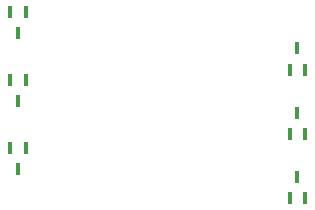
<source format=gtp>
%TF.GenerationSoftware,KiCad,Pcbnew,9.0.0*%
%TF.CreationDate,2025-11-02T14:52:09-05:00*%
%TF.ProjectId,OlfactoryDisplay_main_v2,4f6c6661-6374-46f7-9279-446973706c61,rev?*%
%TF.SameCoordinates,Original*%
%TF.FileFunction,Paste,Top*%
%TF.FilePolarity,Positive*%
%FSLAX46Y46*%
G04 Gerber Fmt 4.6, Leading zero omitted, Abs format (unit mm)*
G04 Created by KiCad (PCBNEW 9.0.0) date 2025-11-02 14:52:09*
%MOMM*%
%LPD*%
G01*
G04 APERTURE LIST*
%ADD10R,0.457200X1.117600*%
G04 APERTURE END LIST*
D10*
%TO.C,U2*%
X94649999Y-96318500D03*
X93350001Y-96318500D03*
X94000000Y-98121900D03*
%TD*%
%TO.C,U1*%
X117000001Y-100621900D03*
X118299999Y-100621900D03*
X117650000Y-98818500D03*
%TD*%
%TO.C,U3*%
X94649999Y-84818500D03*
X93350001Y-84818500D03*
X94000000Y-86621900D03*
%TD*%
%TO.C,U5*%
X117000001Y-95171050D03*
X118299999Y-95171050D03*
X117650000Y-93367650D03*
%TD*%
%TO.C,U4*%
X94649999Y-90568500D03*
X93350001Y-90568500D03*
X94000000Y-92371900D03*
%TD*%
%TO.C,U6*%
X117000001Y-89720200D03*
X118299999Y-89720200D03*
X117650000Y-87916800D03*
%TD*%
M02*

</source>
